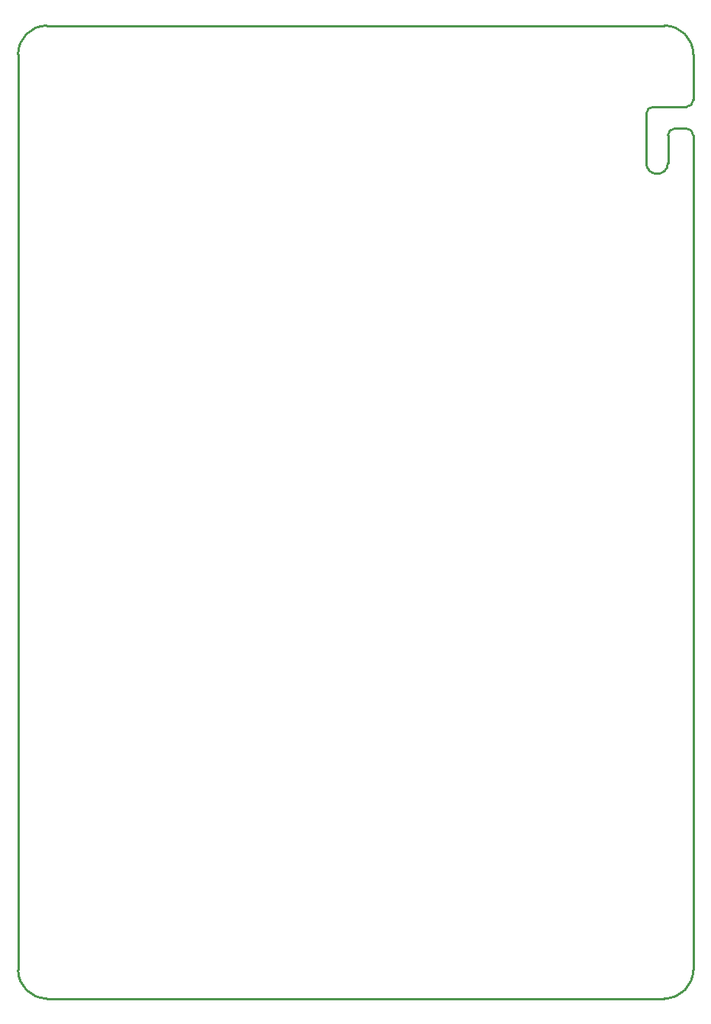
<source format=gm1>
G04*
G04 #@! TF.GenerationSoftware,Altium Limited,Altium Designer,20.2.8 (258)*
G04*
G04 Layer_Color=16711935*
%FSLAX43Y43*%
%MOMM*%
G71*
G04*
G04 #@! TF.SameCoordinates,2C7AC1C0-F562-43BB-A571-7E62E4670D11*
G04*
G04*
G04 #@! TF.FilePolarity,Positive*
G04*
G01*
G75*
%ADD11C,0.254*%
D11*
X72885Y96533D02*
G03*
X72123Y95771I0J-762D01*
G01*
X69723Y92710D02*
G03*
X72123Y92710I1200J0D01*
G01*
X74930Y95771D02*
G03*
X74168Y96533I-762J0D01*
G01*
X74168Y98933D02*
G03*
X74930Y99695I0J762D01*
G01*
X3175Y107950D02*
G03*
X0Y104775I0J-3175D01*
G01*
X74930Y104775D02*
G03*
X71755Y107950I-3175J0D01*
G01*
X70485Y98933D02*
G03*
X69723Y98171I0J-762D01*
G01*
X71755Y0D02*
G03*
X74930Y3175I0J3175D01*
G01*
X-0Y3175D02*
G03*
X3175Y0I3175J0D01*
G01*
X72885Y96533D02*
X74168D01*
X72123Y92710D02*
Y95771D01*
X74930Y99695D02*
Y104775D01*
X70485Y98933D02*
X74168D01*
X69723Y92710D02*
Y98171D01*
X3175Y107950D02*
X71755Y107950D01*
X74930Y95771D02*
X74930Y3175D01*
X-0Y104775D02*
X0Y3175D01*
X3175Y0D02*
X71755Y0D01*
M02*

</source>
